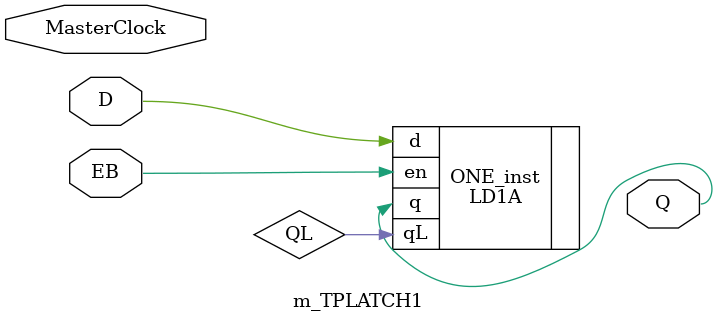
<source format=sv>
module m_TPLATCH1                                                               //[MACROS.NET:00201] MODULE TPLATCH1;
(                                                                               //[MACROS.NET:00201] MODULE TPLATCH1;

    input    MasterClock,
    input    D,                                                                 //[MACROS.NET:00203] INPUTS	D,EB;
    input    EB,                                                                //[MACROS.NET:00203] INPUTS	D,EB;
    output    Q                                                                 //[MACROS.NET:00204] OUTPUTS	Q;
);                                                                              //[MACROS.NET:00201] MODULE TPLATCH1;
                                                                                //[MACROS.NET:00205] LEVEL FUNCTION;
wire QL;                                                                        //[MACROS.NET:00207] ONE (Q,QL) = LD1A (D,EB);
LD1A ONE_inst (.q(Q),.qL(QL),.d(D),.en(EB));                                    //[MACROS.NET:00207] ONE (Q,QL) = LD1A (D,EB);
endmodule                                                                       //[MACROS.NET:00208] END MODULE;

</source>
